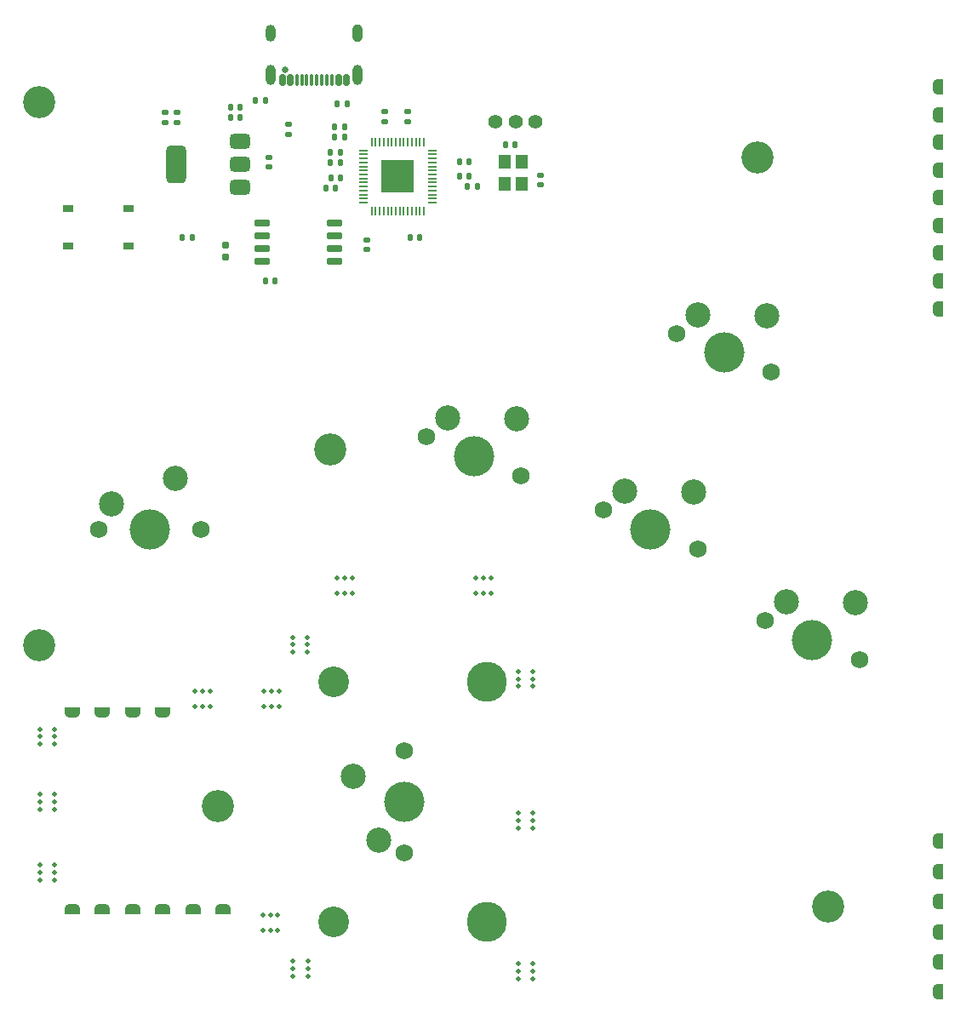
<source format=gbr>
%TF.GenerationSoftware,KiCad,Pcbnew,8.0.4*%
%TF.CreationDate,2024-07-24T01:11:58-07:00*%
%TF.ProjectId,panel_1,70616e65-6c5f-4312-9e6b-696361645f70,rev?*%
%TF.SameCoordinates,Original*%
%TF.FileFunction,Soldermask,Top*%
%TF.FilePolarity,Negative*%
%FSLAX46Y46*%
G04 Gerber Fmt 4.6, Leading zero omitted, Abs format (unit mm)*
G04 Created by KiCad (PCBNEW 8.0.4) date 2024-07-24 01:11:58*
%MOMM*%
%LPD*%
G01*
G04 APERTURE LIST*
G04 Aperture macros list*
%AMRoundRect*
0 Rectangle with rounded corners*
0 $1 Rounding radius*
0 $2 $3 $4 $5 $6 $7 $8 $9 X,Y pos of 4 corners*
0 Add a 4 corners polygon primitive as box body*
4,1,4,$2,$3,$4,$5,$6,$7,$8,$9,$2,$3,0*
0 Add four circle primitives for the rounded corners*
1,1,$1+$1,$2,$3*
1,1,$1+$1,$4,$5*
1,1,$1+$1,$6,$7*
1,1,$1+$1,$8,$9*
0 Add four rect primitives between the rounded corners*
20,1,$1+$1,$2,$3,$4,$5,0*
20,1,$1+$1,$4,$5,$6,$7,0*
20,1,$1+$1,$6,$7,$8,$9,0*
20,1,$1+$1,$8,$9,$2,$3,0*%
%AMFreePoly0*
4,1,19,0.500000,-0.750000,0.000000,-0.750000,0.000000,-0.744911,-0.071157,-0.744911,-0.207708,-0.704816,-0.327430,-0.627875,-0.420627,-0.520320,-0.479746,-0.390866,-0.500000,-0.250000,-0.500000,0.250000,-0.479746,0.390866,-0.420627,0.520320,-0.327430,0.627875,-0.207708,0.704816,-0.071157,0.744911,0.000000,0.744911,0.000000,0.750000,0.500000,0.750000,0.500000,-0.750000,0.500000,-0.750000,
$1*%
%AMFreePoly1*
4,1,19,0.000000,0.744911,0.071157,0.744911,0.207708,0.704816,0.327430,0.627875,0.420627,0.520320,0.479746,0.390866,0.500000,0.250000,0.500000,-0.250000,0.479746,-0.390866,0.420627,-0.520320,0.327430,-0.627875,0.207708,-0.704816,0.071157,-0.744911,0.000000,-0.744911,0.000000,-0.750000,-0.500000,-0.750000,-0.500000,0.750000,0.000000,0.750000,0.000000,0.744911,0.000000,0.744911,
$1*%
G04 Aperture macros list end*
%ADD10RoundRect,0.140000X0.140000X0.170000X-0.140000X0.170000X-0.140000X-0.170000X0.140000X-0.170000X0*%
%ADD11FreePoly0,0.000000*%
%ADD12C,3.200000*%
%ADD13RoundRect,0.140000X-0.140000X-0.170000X0.140000X-0.170000X0.140000X0.170000X-0.140000X0.170000X0*%
%ADD14C,1.400000*%
%ADD15RoundRect,0.135000X-0.135000X-0.185000X0.135000X-0.185000X0.135000X0.185000X-0.135000X0.185000X0*%
%ADD16C,0.500000*%
%ADD17RoundRect,0.140000X0.170000X-0.140000X0.170000X0.140000X-0.170000X0.140000X-0.170000X-0.140000X0*%
%ADD18FreePoly0,90.000000*%
%ADD19C,3.048000*%
%ADD20C,3.987800*%
%ADD21RoundRect,0.375000X0.625000X0.375000X-0.625000X0.375000X-0.625000X-0.375000X0.625000X-0.375000X0*%
%ADD22RoundRect,0.500000X0.500000X1.400000X-0.500000X1.400000X-0.500000X-1.400000X0.500000X-1.400000X0*%
%ADD23C,0.650000*%
%ADD24RoundRect,0.150000X0.150000X0.420000X-0.150000X0.420000X-0.150000X-0.420000X0.150000X-0.420000X0*%
%ADD25RoundRect,0.075000X0.075000X0.495000X-0.075000X0.495000X-0.075000X-0.495000X0.075000X-0.495000X0*%
%ADD26O,1.000000X2.000000*%
%ADD27O,1.000000X1.800000*%
%ADD28O,1.000000X1.700000*%
%ADD29R,1.000000X0.750000*%
%ADD30C,1.750000*%
%ADD31C,4.000000*%
%ADD32C,2.500000*%
%ADD33RoundRect,0.135000X-0.185000X0.135000X-0.185000X-0.135000X0.185000X-0.135000X0.185000X0.135000X0*%
%ADD34R,1.200000X1.400000*%
%ADD35FreePoly1,90.000000*%
%ADD36RoundRect,0.150000X0.650000X0.150000X-0.650000X0.150000X-0.650000X-0.150000X0.650000X-0.150000X0*%
%ADD37RoundRect,0.140000X-0.170000X0.140000X-0.170000X-0.140000X0.170000X-0.140000X0.170000X0.140000X0*%
%ADD38RoundRect,0.050000X0.050000X-0.387500X0.050000X0.387500X-0.050000X0.387500X-0.050000X-0.387500X0*%
%ADD39RoundRect,0.050000X0.387500X-0.050000X0.387500X0.050000X-0.387500X0.050000X-0.387500X-0.050000X0*%
%ADD40R,3.200000X3.200000*%
%ADD41RoundRect,0.160000X-0.160000X0.197500X-0.160000X-0.197500X0.160000X-0.197500X0.160000X0.197500X0*%
%ADD42RoundRect,0.135000X0.135000X0.185000X-0.135000X0.185000X-0.135000X-0.185000X0.135000X-0.185000X0*%
G04 APERTURE END LIST*
D10*
%TO.C,C10*%
X156180000Y-41900000D03*
X155220000Y-41900000D03*
%TD*%
D11*
%TO.C,JP10*%
X215620000Y-107900000D03*
%TD*%
D12*
%TO.C,H2*%
X126200000Y-88400000D03*
%TD*%
D13*
%TO.C,C14*%
X168040000Y-41740000D03*
X169000000Y-41740000D03*
%TD*%
D14*
%TO.C,J2*%
X175580000Y-36330000D03*
X173580000Y-36330000D03*
X171580000Y-36330000D03*
%TD*%
D10*
%TO.C,C4*%
X173560000Y-38580000D03*
X172600000Y-38580000D03*
%TD*%
D15*
%TO.C,R5*%
X140451000Y-47836000D03*
X141471000Y-47836000D03*
%TD*%
D16*
%TO.C,mouse-bite-2mm-slot*%
X151400000Y-89100000D03*
X152900000Y-89100000D03*
X151400000Y-88350000D03*
X152900000Y-88350000D03*
X151400000Y-87600000D03*
X152900000Y-87600000D03*
%TD*%
D17*
%TO.C,C18*%
X138700000Y-36380000D03*
X138700000Y-35420000D03*
%TD*%
D16*
%TO.C,mouse-bite-2mm-slot*%
X171150000Y-83250000D03*
X171150000Y-81750000D03*
X170400000Y-83250000D03*
X170400000Y-81750000D03*
X169650000Y-83250000D03*
X169650000Y-81750000D03*
%TD*%
D18*
%TO.C,JP17*%
X129500000Y-95100000D03*
%TD*%
D19*
%TO.C,S1*%
X155525000Y-115898000D03*
D20*
X170735000Y-115898000D03*
D19*
X155525000Y-92022000D03*
D20*
X170735000Y-92022000D03*
%TD*%
D21*
%TO.C,U2*%
X146172000Y-42878000D03*
X146172000Y-40578000D03*
D22*
X139872000Y-40578000D03*
D21*
X146172000Y-38278000D03*
%TD*%
D17*
%TO.C,C16*%
X160580000Y-36310000D03*
X160580000Y-35350000D03*
%TD*%
D16*
%TO.C,mouse-bite-2mm-slot*%
X126250000Y-98250000D03*
X127750000Y-98250000D03*
X126250000Y-97500000D03*
X127750000Y-97500000D03*
X126250000Y-96750000D03*
X127750000Y-96750000D03*
%TD*%
D12*
%TO.C,H13*%
X144000000Y-104400000D03*
%TD*%
D23*
%TO.C,J1*%
X150695000Y-31145000D03*
D24*
X156780000Y-32215000D03*
X155980000Y-32215000D03*
D25*
X154830000Y-32215000D03*
X153830000Y-32215000D03*
X153330000Y-32215000D03*
X152330000Y-32215000D03*
D24*
X151180000Y-32215000D03*
X150380000Y-32215000D03*
X150380000Y-32215000D03*
X151180000Y-32215000D03*
D25*
X151830000Y-32215000D03*
X152830000Y-32215000D03*
X154330000Y-32215000D03*
X155330000Y-32215000D03*
D24*
X155980000Y-32215000D03*
X156780000Y-32215000D03*
D26*
X157900000Y-31645000D03*
D27*
X157900000Y-27505000D03*
D26*
X149260000Y-31645000D03*
D28*
X149260000Y-27505000D03*
%TD*%
D15*
%TO.C,R3*%
X155820000Y-34580000D03*
X156840000Y-34580000D03*
%TD*%
D11*
%TO.C,JP9*%
X215620000Y-54950000D03*
%TD*%
D29*
%TO.C,SW1*%
X129105000Y-44955000D03*
X135105000Y-44955000D03*
X129105000Y-48705000D03*
X135105000Y-48705000D03*
%TD*%
D30*
%TO.C,SW18_DOWN1*%
X182341464Y-74970330D03*
D31*
X187034772Y-76914362D03*
D30*
X191728080Y-78858394D03*
D32*
X184486807Y-73109684D03*
X191325458Y-73193070D03*
%TD*%
D11*
%TO.C,JP16*%
X215640000Y-119900000D03*
%TD*%
D16*
%TO.C,mouse-bite-2mm-slot*%
X143200000Y-94500000D03*
X143200000Y-93000000D03*
X142450000Y-94500000D03*
X142450000Y-93000000D03*
X141700000Y-94500000D03*
X141700000Y-93000000D03*
%TD*%
%TO.C,mouse-bite-2mm-slot*%
X173850000Y-121600000D03*
X175350000Y-121600000D03*
X173850000Y-120850000D03*
X175350000Y-120850000D03*
X173850000Y-120100000D03*
X175350000Y-120100000D03*
%TD*%
D11*
%TO.C,JP3*%
X215620000Y-35650000D03*
%TD*%
D12*
%TO.C,H5*%
X155200000Y-68900000D03*
%TD*%
D11*
%TO.C,JP1*%
X215620000Y-52150000D03*
%TD*%
D33*
%TO.C,R2*%
X151022000Y-36568000D03*
X151022000Y-37588000D03*
%TD*%
D11*
%TO.C,JP14*%
X215640000Y-122900000D03*
%TD*%
%TO.C,JP2*%
X215620000Y-32900000D03*
%TD*%
D13*
%TO.C,C8*%
X168040000Y-40330000D03*
X169000000Y-40330000D03*
%TD*%
D10*
%TO.C,C9*%
X155680000Y-42900000D03*
X154720000Y-42900000D03*
%TD*%
D11*
%TO.C,JP12*%
X215620000Y-113900000D03*
%TD*%
D16*
%TO.C,mouse-bite-2mm-slot*%
X126250000Y-104750000D03*
X127750000Y-104750000D03*
X126250000Y-104000000D03*
X127750000Y-104000000D03*
X126250000Y-103250000D03*
X127750000Y-103250000D03*
%TD*%
D30*
%TO.C,SW20_RIGHT1*%
X198410635Y-85955968D03*
D31*
X203103943Y-87900000D03*
D30*
X207797251Y-89844032D03*
D32*
X200555978Y-84095322D03*
X207394629Y-84178708D03*
%TD*%
D16*
%TO.C,mouse-bite-2mm-slot*%
X173850000Y-106600000D03*
X175350000Y-106600000D03*
X173850000Y-105850000D03*
X175350000Y-105850000D03*
X173850000Y-105100000D03*
X175350000Y-105100000D03*
%TD*%
D13*
%TO.C,C2*%
X145220000Y-35900000D03*
X146180000Y-35900000D03*
%TD*%
D10*
%TO.C,C6*%
X156560000Y-37830000D03*
X155600000Y-37830000D03*
%TD*%
D30*
%TO.C,SW8_DP1*%
X132120000Y-76891696D03*
D31*
X137200000Y-76891696D03*
D30*
X142280000Y-76891696D03*
D32*
X133390000Y-74351696D03*
X139740000Y-71811696D03*
%TD*%
D11*
%TO.C,JP6*%
X215620000Y-43900000D03*
%TD*%
D13*
%TO.C,C13*%
X163100000Y-47830000D03*
X164060000Y-47830000D03*
%TD*%
D34*
%TO.C,Y1*%
X174196000Y-42530000D03*
X174196000Y-40330000D03*
X172496000Y-40330000D03*
X172496000Y-42530000D03*
%TD*%
D35*
%TO.C,JP10*%
X129500000Y-114680000D03*
%TD*%
%TO.C,JP16*%
X141500000Y-114660000D03*
%TD*%
D30*
%TO.C,SW19_LEFT1*%
X164741559Y-67680211D03*
D31*
X169434867Y-69624243D03*
D30*
X174128175Y-71568275D03*
D32*
X166886902Y-65819565D03*
X173725553Y-65902951D03*
%TD*%
D13*
%TO.C,C5*%
X148736000Y-52154000D03*
X149696000Y-52154000D03*
%TD*%
D18*
%TO.C,JP20*%
X138500000Y-95100000D03*
%TD*%
D16*
%TO.C,mouse-bite-2mm-slot*%
X150050000Y-94500000D03*
X150050000Y-93000000D03*
X149300000Y-94500000D03*
X149300000Y-93000000D03*
X148550000Y-94500000D03*
X148550000Y-93000000D03*
%TD*%
D18*
%TO.C,JP19*%
X135500000Y-95100000D03*
%TD*%
D16*
%TO.C,mouse-bite-2mm-slot*%
X149950000Y-116750000D03*
X149950000Y-115250000D03*
X149200000Y-116750000D03*
X149200000Y-115250000D03*
X148450000Y-116750000D03*
X148450000Y-115250000D03*
%TD*%
D30*
%TO.C,SW16_SPACE1*%
X162510000Y-109040000D03*
D31*
X162510000Y-103960000D03*
D30*
X162510000Y-98880000D03*
D32*
X159970000Y-107770000D03*
X157430000Y-101420000D03*
%TD*%
D35*
%TO.C,JP11*%
X132500000Y-114680000D03*
%TD*%
D15*
%TO.C,R1*%
X147690000Y-34247000D03*
X148710000Y-34247000D03*
%TD*%
D17*
%TO.C,C17*%
X139945000Y-36378000D03*
X139945000Y-35418000D03*
%TD*%
D11*
%TO.C,JP4*%
X215620000Y-38400000D03*
%TD*%
D16*
%TO.C,mouse-bite-2mm-slot*%
X173850000Y-92500000D03*
X175350000Y-92500000D03*
X173850000Y-91750000D03*
X175350000Y-91750000D03*
X173850000Y-91000000D03*
X175350000Y-91000000D03*
%TD*%
D17*
%TO.C,C11*%
X149080000Y-40810000D03*
X149080000Y-39850000D03*
%TD*%
D35*
%TO.C,JP13*%
X138500000Y-114680000D03*
%TD*%
D11*
%TO.C,JP5*%
X215620000Y-41150000D03*
%TD*%
D36*
%TO.C,U3*%
X155610000Y-50249000D03*
X155610000Y-48979000D03*
X155610000Y-47709000D03*
X155610000Y-46439000D03*
X148410000Y-46439000D03*
X148410000Y-47709000D03*
X148410000Y-48979000D03*
X148410000Y-50249000D03*
%TD*%
D37*
%TO.C,C12*%
X158830000Y-48100000D03*
X158830000Y-49060000D03*
%TD*%
D15*
%TO.C,R8*%
X155190000Y-40400000D03*
X156210000Y-40400000D03*
%TD*%
D12*
%TO.C,H3*%
X197700000Y-39900000D03*
%TD*%
D38*
%TO.C,U1*%
X159278000Y-45215500D03*
X159678000Y-45215500D03*
X160078000Y-45215500D03*
X160478000Y-45215500D03*
X160878000Y-45215500D03*
X161278000Y-45215500D03*
X161678000Y-45215500D03*
X162078000Y-45215500D03*
X162478000Y-45215500D03*
X162878000Y-45215500D03*
X163278000Y-45215500D03*
X163678000Y-45215500D03*
X164078000Y-45215500D03*
X164478000Y-45215500D03*
D39*
X165315500Y-44378000D03*
X165315500Y-43978000D03*
X165315500Y-43578000D03*
X165315500Y-43178000D03*
X165315500Y-42778000D03*
X165315500Y-42378000D03*
X165315500Y-41978000D03*
X165315500Y-41578000D03*
X165315500Y-41178000D03*
X165315500Y-40778000D03*
X165315500Y-40378000D03*
X165315500Y-39978000D03*
X165315500Y-39578000D03*
X165315500Y-39178000D03*
D38*
X164478000Y-38340500D03*
X164078000Y-38340500D03*
X163678000Y-38340500D03*
X163278000Y-38340500D03*
X162878000Y-38340500D03*
X162478000Y-38340500D03*
X162078000Y-38340500D03*
X161678000Y-38340500D03*
X161278000Y-38340500D03*
X160878000Y-38340500D03*
X160478000Y-38340500D03*
X160078000Y-38340500D03*
X159678000Y-38340500D03*
X159278000Y-38340500D03*
D39*
X158440500Y-39178000D03*
X158440500Y-39578000D03*
X158440500Y-39978000D03*
X158440500Y-40378000D03*
X158440500Y-40778000D03*
X158440500Y-41178000D03*
X158440500Y-41578000D03*
X158440500Y-41978000D03*
X158440500Y-42378000D03*
X158440500Y-42778000D03*
X158440500Y-43178000D03*
X158440500Y-43578000D03*
X158440500Y-43978000D03*
X158440500Y-44378000D03*
D40*
X161878000Y-41778000D03*
%TD*%
D17*
%TO.C,C15*%
X162830000Y-36290000D03*
X162830000Y-35330000D03*
%TD*%
D11*
%TO.C,JP8*%
X215620000Y-49400000D03*
%TD*%
D41*
%TO.C,R6*%
X144771000Y-48635500D03*
X144771000Y-49830500D03*
%TD*%
D18*
%TO.C,JP18*%
X132500000Y-95100000D03*
%TD*%
D16*
%TO.C,mouse-bite-2mm-slot*%
X157350000Y-83250000D03*
X157350000Y-81750000D03*
X156600000Y-83250000D03*
X156600000Y-81750000D03*
X155850000Y-83250000D03*
X155850000Y-81750000D03*
%TD*%
D11*
%TO.C,JP11*%
X215620000Y-110900000D03*
%TD*%
D15*
%TO.C,R7*%
X155190000Y-39400000D03*
X156210000Y-39400000D03*
%TD*%
D11*
%TO.C,JP13*%
X215620000Y-116900000D03*
%TD*%
D12*
%TO.C,H1*%
X126200000Y-34400000D03*
%TD*%
D42*
%TO.C,R4*%
X169790000Y-42756000D03*
X168770000Y-42756000D03*
%TD*%
D10*
%TO.C,C7*%
X156560000Y-36830000D03*
X155600000Y-36830000D03*
%TD*%
D16*
%TO.C,mouse-bite-2mm-slot*%
X151450000Y-121350000D03*
X152950000Y-121350000D03*
X151450000Y-120600000D03*
X152950000Y-120600000D03*
X151450000Y-119850000D03*
X152950000Y-119850000D03*
%TD*%
D11*
%TO.C,JP7*%
X215620000Y-46650000D03*
%TD*%
D35*
%TO.C,JP12*%
X135500000Y-114680000D03*
%TD*%
%TO.C,JP14*%
X144500000Y-114660000D03*
%TD*%
D13*
%TO.C,C1*%
X145240000Y-34900000D03*
X146200000Y-34900000D03*
%TD*%
D30*
%TO.C,SW17_W1*%
X189631583Y-57370425D03*
D31*
X194324891Y-59314457D03*
D30*
X199018199Y-61258489D03*
D32*
X191776926Y-55509779D03*
X198615577Y-55593165D03*
%TD*%
D16*
%TO.C,mouse-bite-2mm-slot*%
X126250000Y-111750000D03*
X127750000Y-111750000D03*
X126250000Y-111000000D03*
X127750000Y-111000000D03*
X126250000Y-110250000D03*
X127750000Y-110250000D03*
%TD*%
D12*
%TO.C,H4*%
X204700000Y-114400000D03*
%TD*%
D37*
%TO.C,C3*%
X176052000Y-41628000D03*
X176052000Y-42588000D03*
%TD*%
M02*

</source>
